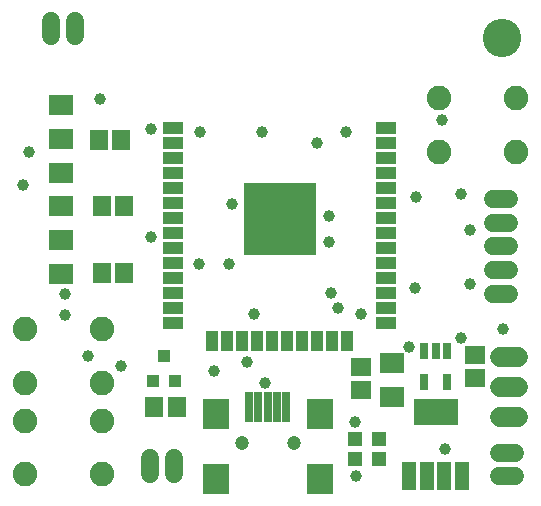
<source format=gts>
G75*
%MOIN*%
%OFA0B0*%
%FSLAX25Y25*%
%IPPOS*%
%LPD*%
%AMOC8*
5,1,8,0,0,1.08239X$1,22.5*
%
%ADD10C,0.12800*%
%ADD11C,0.05950*%
%ADD12R,0.04737X0.05131*%
%ADD13R,0.08674X0.10249*%
%ADD14R,0.02769X0.09887*%
%ADD15C,0.04737*%
%ADD16R,0.07898X0.07099*%
%ADD17R,0.03950X0.04343*%
%ADD18R,0.05918X0.06706*%
%ADD19R,0.06706X0.05918*%
%ADD20C,0.08200*%
%ADD21C,0.06800*%
%ADD22R,0.05131X0.09461*%
%ADD23R,0.14580X0.08674*%
%ADD24R,0.02965X0.05524*%
%ADD25R,0.06706X0.04343*%
%ADD26R,0.04343X0.06706*%
%ADD27R,0.24422X0.24422*%
%ADD28C,0.03900*%
D10*
X0169500Y0158360D03*
D11*
X0171888Y0104608D02*
X0166738Y0104608D01*
X0166738Y0096734D02*
X0171888Y0096734D01*
X0171888Y0088860D02*
X0166738Y0088860D01*
X0166738Y0080986D02*
X0171888Y0080986D01*
X0171888Y0073112D02*
X0166738Y0073112D01*
X0168738Y0020093D02*
X0173888Y0020093D01*
X0173888Y0012219D02*
X0168738Y0012219D01*
X0060142Y0013098D02*
X0060142Y0018248D01*
X0052268Y0018248D02*
X0052268Y0013098D01*
X0027232Y0158972D02*
X0027232Y0164122D01*
X0019358Y0164122D02*
X0019358Y0158972D01*
D12*
X0120500Y0024707D03*
X0120500Y0018014D03*
X0128500Y0018014D03*
X0128500Y0024707D03*
D13*
X0108823Y0033140D03*
X0108823Y0011486D03*
X0074177Y0011486D03*
X0074177Y0033140D03*
D14*
X0085201Y0035360D03*
X0088350Y0035360D03*
X0091500Y0035360D03*
X0094650Y0035360D03*
X0097799Y0035360D03*
D15*
X0100161Y0023297D03*
X0082839Y0023297D03*
D16*
X0133000Y0038762D03*
X0133000Y0049959D03*
X0022500Y0079762D03*
X0022500Y0090959D03*
X0022500Y0102262D03*
X0022500Y0113459D03*
X0022500Y0124762D03*
X0022500Y0135959D03*
D17*
X0057000Y0052191D03*
X0053260Y0043923D03*
X0060740Y0043923D03*
D18*
X0061240Y0035360D03*
X0053760Y0035360D03*
X0043740Y0079860D03*
X0036260Y0079860D03*
X0036260Y0102360D03*
X0043740Y0102360D03*
X0042740Y0124360D03*
X0035260Y0124360D03*
D19*
X0122500Y0048600D03*
X0122500Y0041120D03*
X0160500Y0045120D03*
X0160500Y0052600D03*
D20*
X0010700Y0012960D03*
X0010700Y0030760D03*
X0010700Y0043460D03*
X0010700Y0061260D03*
X0036300Y0061260D03*
X0036300Y0043460D03*
X0036300Y0030760D03*
X0036300Y0012960D03*
X0148700Y0120460D03*
X0148700Y0138260D03*
X0174300Y0138260D03*
X0174300Y0120460D03*
D21*
X0175000Y0051860D02*
X0169000Y0051860D01*
X0169000Y0041860D02*
X0175000Y0041860D01*
X0175000Y0031860D02*
X0169000Y0031860D01*
D22*
X0156358Y0012423D03*
X0150453Y0012423D03*
X0144547Y0012423D03*
X0138642Y0012423D03*
D23*
X0147500Y0033683D03*
D24*
X0143760Y0043742D03*
X0151240Y0043742D03*
X0151240Y0053979D03*
X0147500Y0053979D03*
X0143760Y0053979D03*
D25*
X0130933Y0063175D03*
X0130933Y0068175D03*
X0130933Y0073175D03*
X0130933Y0078175D03*
X0130933Y0083175D03*
X0130933Y0088175D03*
X0130933Y0093175D03*
X0130933Y0098175D03*
X0130933Y0103175D03*
X0130933Y0108175D03*
X0130933Y0113175D03*
X0130933Y0118175D03*
X0130933Y0123175D03*
X0130933Y0128175D03*
X0060067Y0128175D03*
X0060067Y0123175D03*
X0060067Y0118175D03*
X0060067Y0113175D03*
X0060067Y0108175D03*
X0060067Y0103175D03*
X0060067Y0098175D03*
X0060067Y0093175D03*
X0060067Y0088175D03*
X0060067Y0083175D03*
X0060067Y0078175D03*
X0060067Y0073175D03*
X0060067Y0068175D03*
X0060067Y0063175D03*
D26*
X0073000Y0057309D03*
X0078000Y0057309D03*
X0083000Y0057309D03*
X0088000Y0057309D03*
X0093000Y0057309D03*
X0098000Y0057309D03*
X0103000Y0057309D03*
X0108000Y0057309D03*
X0113000Y0057309D03*
X0118000Y0057309D03*
D27*
X0095500Y0097860D03*
D28*
X0112000Y0098860D03*
X0112000Y0090360D03*
X0112500Y0073360D03*
X0115000Y0068360D03*
X0122500Y0066360D03*
X0138500Y0055360D03*
X0156000Y0058360D03*
X0170000Y0061360D03*
X0159000Y0076360D03*
X0140500Y0074860D03*
X0159000Y0094360D03*
X0156000Y0106360D03*
X0141000Y0105360D03*
X0117500Y0126860D03*
X0108000Y0123360D03*
X0089500Y0126860D03*
X0069000Y0126860D03*
X0052500Y0127860D03*
X0035500Y0137860D03*
X0012000Y0120360D03*
X0010000Y0109360D03*
X0052500Y0091860D03*
X0068500Y0082860D03*
X0078500Y0082860D03*
X0087000Y0066360D03*
X0084500Y0050360D03*
X0090500Y0043360D03*
X0073500Y0047360D03*
X0042500Y0048860D03*
X0031500Y0052360D03*
X0024000Y0065860D03*
X0024000Y0072860D03*
X0079500Y0102860D03*
X0149500Y0130860D03*
X0120500Y0030360D03*
X0121000Y0012360D03*
X0150500Y0021360D03*
M02*

</source>
